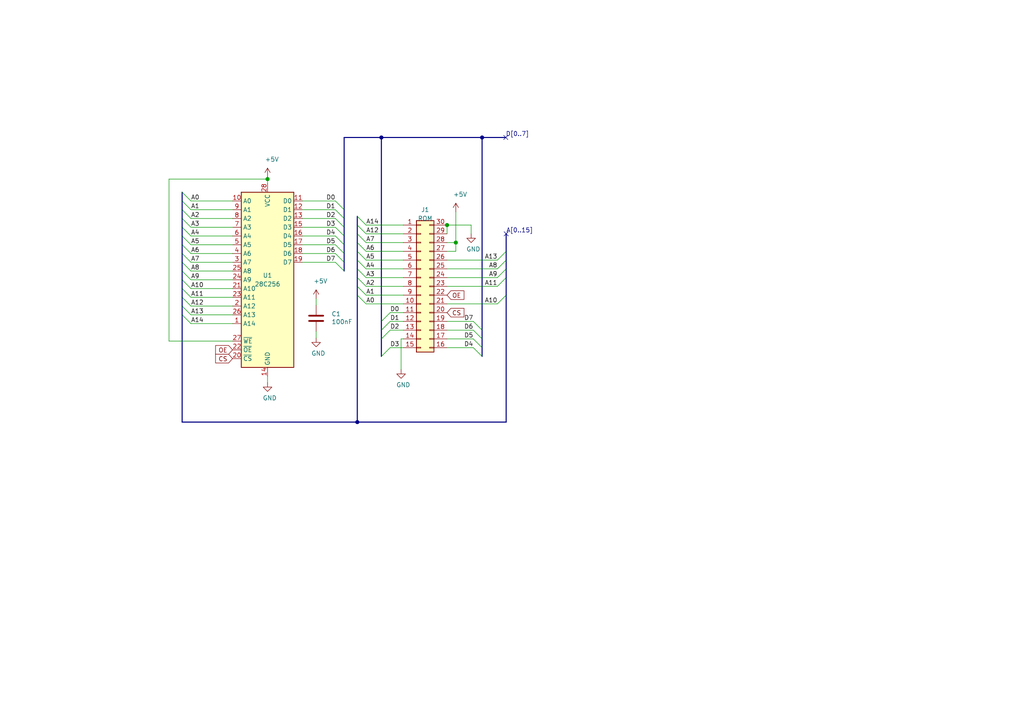
<source format=kicad_sch>
(kicad_sch (version 20201015) (generator eeschema)
  (paper "A4")
  (lib_symbols
    (symbol "Connector_Generic:Conn_02x15_Counter_Clockwise" (pin_names (offset 1.016) hide)
      (property "Reference" "J" (at 1.27 20.32 0))
      (property "Value" "Conn_02x15_Counter_Clockwise" (at 1.27 -20.32 0))
      (symbol "Conn_02x15_Counter_Clockwise_1_1"
        (rectangle (start -1.27 -4.953) (end 0 -5.207) (stroke (width 0.1524)))
        (rectangle (start -1.27 -7.493) (end 0 -7.747) (stroke (width 0.1524)))
        (rectangle (start -1.27 -10.033) (end 0 -10.287) (stroke (width 0.1524)))
        (rectangle (start -1.27 -12.573) (end 0 -12.827) (stroke (width 0.1524)))
        (rectangle (start -1.27 -15.113) (end 0 -15.367) (stroke (width 0.1524)))
        (rectangle (start -1.27 -17.653) (end 0 -17.907) (stroke (width 0.1524)))
        (rectangle (start -1.27 -2.413) (end 0 -2.667) (stroke (width 0.1524)))
        (rectangle (start -1.27 2.667) (end 0 2.413) (stroke (width 0.1524)))
        (rectangle (start -1.27 5.207) (end 0 4.953) (stroke (width 0.1524)))
        (rectangle (start -1.27 7.747) (end 0 7.493) (stroke (width 0.1524)))
        (rectangle (start -1.27 10.287) (end 0 10.033) (stroke (width 0.1524)))
        (rectangle (start -1.27 0.127) (end 0 -0.127) (stroke (width 0.1524)))
        (rectangle (start -1.27 12.827) (end 0 12.573) (stroke (width 0.1524)))
        (rectangle (start -1.27 15.367) (end 0 15.113) (stroke (width 0.1524)))
        (rectangle (start -1.27 17.907) (end 0 17.653) (stroke (width 0.1524)))
        (rectangle (start -1.27 19.05) (end 3.81 -19.05) (stroke (width 0.254)) (fill (type background)))
        (rectangle (start 3.81 -4.953) (end 2.54 -5.207) (stroke (width 0.1524)))
        (rectangle (start 3.81 -7.493) (end 2.54 -7.747) (stroke (width 0.1524)))
        (rectangle (start 3.81 -10.033) (end 2.54 -10.287) (stroke (width 0.1524)))
        (rectangle (start 3.81 -12.573) (end 2.54 -12.827) (stroke (width 0.1524)))
        (rectangle (start 3.81 -15.113) (end 2.54 -15.367) (stroke (width 0.1524)))
        (rectangle (start 3.81 -17.653) (end 2.54 -17.907) (stroke (width 0.1524)))
        (rectangle (start 3.81 -2.413) (end 2.54 -2.667) (stroke (width 0.1524)))
        (rectangle (start 3.81 2.667) (end 2.54 2.413) (stroke (width 0.1524)))
        (rectangle (start 3.81 5.207) (end 2.54 4.953) (stroke (width 0.1524)))
        (rectangle (start 3.81 7.747) (end 2.54 7.493) (stroke (width 0.1524)))
        (rectangle (start 3.81 10.287) (end 2.54 10.033) (stroke (width 0.1524)))
        (rectangle (start 3.81 0.127) (end 2.54 -0.127) (stroke (width 0.1524)))
        (rectangle (start 3.81 12.827) (end 2.54 12.573) (stroke (width 0.1524)))
        (rectangle (start 3.81 15.367) (end 2.54 15.113) (stroke (width 0.1524)))
        (rectangle (start 3.81 17.907) (end 2.54 17.653) (stroke (width 0.1524)))
        (pin passive line (at -5.08 17.78 0) (length 3.81) (name "Pin_1") (number "1"))
        (pin passive line (at -5.08 -5.08 0) (length 3.81) (name "Pin_10") (number "10"))
        (pin passive line (at -5.08 -7.62 0) (length 3.81) (name "Pin_11") (number "11"))
        (pin passive line (at -5.08 -10.16 0) (length 3.81) (name "Pin_12") (number "12"))
        (pin passive line (at -5.08 -12.7 0) (length 3.81) (name "Pin_13") (number "13"))
        (pin passive line (at -5.08 -15.24 0) (length 3.81) (name "Pin_14") (number "14"))
        (pin passive line (at -5.08 -17.78 0) (length 3.81) (name "Pin_15") (number "15"))
        (pin passive line (at 7.62 -17.78 180) (length 3.81) (name "Pin_16") (number "16"))
        (pin passive line (at 7.62 -15.24 180) (length 3.81) (name "Pin_17") (number "17"))
        (pin passive line (at 7.62 -12.7 180) (length 3.81) (name "Pin_18") (number "18"))
        (pin passive line (at 7.62 -10.16 180) (length 3.81) (name "Pin_19") (number "19"))
        (pin passive line (at -5.08 15.24 0) (length 3.81) (name "Pin_2") (number "2"))
        (pin passive line (at 7.62 -7.62 180) (length 3.81) (name "Pin_20") (number "20"))
        (pin passive line (at 7.62 -5.08 180) (length 3.81) (name "Pin_21") (number "21"))
        (pin passive line (at 7.62 -2.54 180) (length 3.81) (name "Pin_22") (number "22"))
        (pin passive line (at 7.62 0 180) (length 3.81) (name "Pin_23") (number "23"))
        (pin passive line (at 7.62 2.54 180) (length 3.81) (name "Pin_24") (number "24"))
        (pin passive line (at 7.62 5.08 180) (length 3.81) (name "Pin_25") (number "25"))
        (pin passive line (at 7.62 7.62 180) (length 3.81) (name "Pin_26") (number "26"))
        (pin passive line (at 7.62 10.16 180) (length 3.81) (name "Pin_27") (number "27"))
        (pin passive line (at 7.62 12.7 180) (length 3.81) (name "Pin_28") (number "28"))
        (pin passive line (at 7.62 15.24 180) (length 3.81) (name "Pin_29") (number "29"))
        (pin passive line (at -5.08 12.7 0) (length 3.81) (name "Pin_3") (number "3"))
        (pin passive line (at 7.62 17.78 180) (length 3.81) (name "Pin_30") (number "30"))
        (pin passive line (at -5.08 10.16 0) (length 3.81) (name "Pin_4") (number "4"))
        (pin passive line (at -5.08 7.62 0) (length 3.81) (name "Pin_5") (number "5"))
        (pin passive line (at -5.08 5.08 0) (length 3.81) (name "Pin_6") (number "6"))
        (pin passive line (at -5.08 2.54 0) (length 3.81) (name "Pin_7") (number "7"))
        (pin passive line (at -5.08 0 0) (length 3.81) (name "Pin_8") (number "8"))
        (pin passive line (at -5.08 -2.54 0) (length 3.81) (name "Pin_9") (number "9"))
      )
    )
    (symbol "Device:C" (pin_numbers hide) (pin_names (offset 0.254))
      (property "Reference" "C" (at 0.635 2.54 0))
      (property "Value" "C" (at 0.635 -2.54 0))
      (symbol "C_0_1"
        (polyline (pts (xy -2.032 -0.762) (xy 2.032 -0.762)) (stroke (width 0.508)))
        (polyline (pts (xy -2.032 0.762) (xy 2.032 0.762)) (stroke (width 0.508)))
      )
      (symbol "C_1_1"
        (pin passive line (at 0 3.81 270) (length 2.794) (name "~") (number "1"))
        (pin passive line (at 0 -3.81 90) (length 2.794) (name "~") (number "2"))
      )
    )
    (symbol "Memory_EEPROM:28C256"
      (property "Reference" "U" (at -7.62 26.67 0))
      (property "Value" "28C256" (at 2.54 -26.67 0))
      (symbol "28C256_1_1"
        (rectangle (start -7.62 25.4) (end 7.62 -25.4) (stroke (width 0.254)) (fill (type background)))
        (pin input line (at -10.16 -12.7 0) (length 2.54) (name "A14") (number "1"))
        (pin input line (at -10.16 22.86 0) (length 2.54) (name "A0") (number "10"))
        (pin tri_state line (at 10.16 22.86 180) (length 2.54) (name "D0") (number "11"))
        (pin tri_state line (at 10.16 20.32 180) (length 2.54) (name "D1") (number "12"))
        (pin tri_state line (at 10.16 17.78 180) (length 2.54) (name "D2") (number "13"))
        (pin power_in line (at 0 -27.94 90) (length 2.54) (name "GND") (number "14"))
        (pin tri_state line (at 10.16 15.24 180) (length 2.54) (name "D3") (number "15"))
        (pin tri_state line (at 10.16 12.7 180) (length 2.54) (name "D4") (number "16"))
        (pin tri_state line (at 10.16 10.16 180) (length 2.54) (name "D5") (number "17"))
        (pin tri_state line (at 10.16 7.62 180) (length 2.54) (name "D6") (number "18"))
        (pin tri_state line (at 10.16 5.08 180) (length 2.54) (name "D7") (number "19"))
        (pin input line (at -10.16 -7.62 0) (length 2.54) (name "A12") (number "2"))
        (pin input line (at -10.16 -22.86 0) (length 2.54) (name "~CS") (number "20"))
        (pin input line (at -10.16 -2.54 0) (length 2.54) (name "A10") (number "21"))
        (pin input line (at -10.16 -20.32 0) (length 2.54) (name "~OE") (number "22"))
        (pin input line (at -10.16 -5.08 0) (length 2.54) (name "A11") (number "23"))
        (pin input line (at -10.16 0 0) (length 2.54) (name "A9") (number "24"))
        (pin input line (at -10.16 2.54 0) (length 2.54) (name "A8") (number "25"))
        (pin input line (at -10.16 -10.16 0) (length 2.54) (name "A13") (number "26"))
        (pin input line (at -10.16 -17.78 0) (length 2.54) (name "~WE") (number "27"))
        (pin power_in line (at 0 27.94 270) (length 2.54) (name "VCC") (number "28"))
        (pin input line (at -10.16 5.08 0) (length 2.54) (name "A7") (number "3"))
        (pin input line (at -10.16 7.62 0) (length 2.54) (name "A6") (number "4"))
        (pin input line (at -10.16 10.16 0) (length 2.54) (name "A5") (number "5"))
        (pin input line (at -10.16 12.7 0) (length 2.54) (name "A4") (number "6"))
        (pin input line (at -10.16 15.24 0) (length 2.54) (name "A3") (number "7"))
        (pin input line (at -10.16 17.78 0) (length 2.54) (name "A2") (number "8"))
        (pin input line (at -10.16 20.32 0) (length 2.54) (name "A1") (number "9"))
      )
    )
    (symbol "power:+5V" (power) (pin_names (offset 0))
      (property "Value" "+5V" (at 0 3.556 0))
      (symbol "+5V_0_1"
        (polyline (pts (xy -0.762 1.27) (xy 0 2.54)))
        (polyline (pts (xy 0 0) (xy 0 2.54)))
        (polyline (pts (xy 0 2.54) (xy 0.762 1.27)))
      )
      (symbol "+5V_1_1"
        (pin power_in line (at 0 0 90) (length 0) hide (name "+5V") (number "1"))
      )
    )
    (symbol "power:GND" (power) (pin_names (offset 0))
      (property "Value" "GND" (at 0 -3.81 0))
      (symbol "GND_0_1"
        (polyline (pts (xy 0 0) (xy 0 -1.27) (xy 1.27 -1.27) (xy 0 -2.54) (xy -1.27 -1.27) (xy 0 -1.27)))
      )
      (symbol "GND_1_1"
        (pin power_in line (at 0 0 270) (length 0) hide (name "GND") (number "1"))
      )
    )
  )
  (junction (at 77.597 51.943) (diameter 1.016))
  (junction (at 129.667 65.278) (diameter 1.016))
  (junction (at 132.207 70.358) (diameter 1.016))
  (junction (at 103.632 122.428) (diameter 1.016))
  (junction (at 110.617 39.878) (diameter 1.016))
  (junction (at 139.827 39.878) (diameter 1.016))
  (no_connect (at 146.685 39.878))
  (no_connect (at 146.812 67.818))
  (bus_entry (at 52.832 55.753) (size 2.54 2.54) (stroke (width 0.1524)))
  (bus_entry (at 52.832 58.293) (size 2.54 2.54) (stroke (width 0.1524)))
  (bus_entry (at 52.832 60.833) (size 2.54 2.54) (stroke (width 0.1524)))
  (bus_entry (at 52.832 63.373) (size 2.54 2.54) (stroke (width 0.1524)))
  (bus_entry (at 52.832 65.913) (size 2.54 2.54) (stroke (width 0.1524)))
  (bus_entry (at 52.832 68.453) (size 2.54 2.54) (stroke (width 0.1524)))
  (bus_entry (at 52.832 70.993) (size 2.54 2.54) (stroke (width 0.1524)))
  (bus_entry (at 52.832 73.533) (size 2.54 2.54) (stroke (width 0.1524)))
  (bus_entry (at 52.832 76.073) (size 2.54 2.54) (stroke (width 0.1524)))
  (bus_entry (at 52.832 78.613) (size 2.54 2.54) (stroke (width 0.1524)))
  (bus_entry (at 52.832 81.153) (size 2.54 2.54) (stroke (width 0.1524)))
  (bus_entry (at 52.832 83.693) (size 2.54 2.54) (stroke (width 0.1524)))
  (bus_entry (at 52.832 86.233) (size 2.54 2.54) (stroke (width 0.1524)))
  (bus_entry (at 52.832 88.773) (size 2.54 2.54) (stroke (width 0.1524)))
  (bus_entry (at 52.832 91.313) (size 2.54 2.54) (stroke (width 0.1524)))
  (bus_entry (at 97.282 58.293) (size 2.54 2.54) (stroke (width 0.1524)))
  (bus_entry (at 97.282 60.833) (size 2.54 2.54) (stroke (width 0.1524)))
  (bus_entry (at 97.282 63.373) (size 2.54 2.54) (stroke (width 0.1524)))
  (bus_entry (at 97.282 65.913) (size 2.54 2.54) (stroke (width 0.1524)))
  (bus_entry (at 97.282 68.453) (size 2.54 2.54) (stroke (width 0.1524)))
  (bus_entry (at 97.282 70.993) (size 2.54 2.54) (stroke (width 0.1524)))
  (bus_entry (at 97.282 73.533) (size 2.54 2.54) (stroke (width 0.1524)))
  (bus_entry (at 97.282 76.073) (size 2.54 2.54) (stroke (width 0.1524)))
  (bus_entry (at 103.632 62.738) (size 2.54 2.54) (stroke (width 0.1524)))
  (bus_entry (at 103.632 65.278) (size 2.54 2.54) (stroke (width 0.1524)))
  (bus_entry (at 103.632 67.818) (size 2.54 2.54) (stroke (width 0.1524)))
  (bus_entry (at 103.632 70.358) (size 2.54 2.54) (stroke (width 0.1524)))
  (bus_entry (at 103.632 72.898) (size 2.54 2.54) (stroke (width 0.1524)))
  (bus_entry (at 103.632 75.438) (size 2.54 2.54) (stroke (width 0.1524)))
  (bus_entry (at 103.632 77.978) (size 2.54 2.54) (stroke (width 0.1524)))
  (bus_entry (at 103.632 80.518) (size 2.54 2.54) (stroke (width 0.1524)))
  (bus_entry (at 103.632 83.058) (size 2.54 2.54) (stroke (width 0.1524)))
  (bus_entry (at 103.632 85.598) (size 2.54 2.54) (stroke (width 0.1524)))
  (bus_entry (at 110.617 93.218) (size 2.54 -2.54) (stroke (width 0.1524)))
  (bus_entry (at 110.617 95.758) (size 2.54 -2.54) (stroke (width 0.1524)))
  (bus_entry (at 110.617 98.298) (size 2.54 -2.54) (stroke (width 0.1524)))
  (bus_entry (at 110.617 103.378) (size 2.54 -2.54) (stroke (width 0.1524)))
  (bus_entry (at 137.287 93.218) (size 2.54 2.54) (stroke (width 0.1524)))
  (bus_entry (at 137.287 95.758) (size 2.54 2.54) (stroke (width 0.1524)))
  (bus_entry (at 137.287 98.298) (size 2.54 2.54) (stroke (width 0.1524)))
  (bus_entry (at 137.287 100.838) (size 2.54 2.54) (stroke (width 0.1524)))
  (bus_entry (at 144.272 75.438) (size 2.54 -2.54) (stroke (width 0.1524)))
  (bus_entry (at 144.272 77.978) (size 2.54 -2.54) (stroke (width 0.1524)))
  (bus_entry (at 144.272 80.518) (size 2.54 -2.54) (stroke (width 0.1524)))
  (bus_entry (at 144.272 83.058) (size 2.54 -2.54) (stroke (width 0.1524)))
  (bus_entry (at 144.272 88.138) (size 2.54 -2.54) (stroke (width 0.1524)))
  (wire (pts (xy 49.022 51.943) (xy 77.597 51.943)))
  (wire (pts (xy 49.022 98.933) (xy 49.022 51.943)))
  (wire (pts (xy 55.372 58.293) (xy 67.437 58.293)))
  (wire (pts (xy 55.372 60.833) (xy 67.437 60.833)))
  (wire (pts (xy 55.372 63.373) (xy 67.437 63.373)))
  (wire (pts (xy 55.372 65.913) (xy 67.437 65.913)))
  (wire (pts (xy 55.372 68.453) (xy 67.437 68.453)))
  (wire (pts (xy 55.372 70.993) (xy 67.437 70.993)))
  (wire (pts (xy 55.372 73.533) (xy 67.437 73.533)))
  (wire (pts (xy 55.372 76.073) (xy 67.437 76.073)))
  (wire (pts (xy 55.372 78.613) (xy 67.437 78.613)))
  (wire (pts (xy 55.372 81.153) (xy 67.437 81.153)))
  (wire (pts (xy 55.372 83.693) (xy 67.437 83.693)))
  (wire (pts (xy 55.372 86.233) (xy 67.437 86.233)))
  (wire (pts (xy 55.372 88.773) (xy 67.437 88.773)))
  (wire (pts (xy 55.372 91.313) (xy 67.437 91.313)))
  (wire (pts (xy 55.372 93.853) (xy 67.437 93.853)))
  (wire (pts (xy 67.437 98.933) (xy 49.022 98.933)))
  (wire (pts (xy 77.597 51.308) (xy 77.597 51.943)))
  (wire (pts (xy 77.597 51.943) (xy 77.597 53.213)))
  (wire (pts (xy 77.597 109.093) (xy 77.597 110.998)))
  (wire (pts (xy 87.757 58.293) (xy 97.282 58.293)))
  (wire (pts (xy 87.757 60.833) (xy 97.282 60.833)))
  (wire (pts (xy 87.757 63.373) (xy 97.282 63.373)))
  (wire (pts (xy 87.757 65.913) (xy 97.282 65.913)))
  (wire (pts (xy 87.757 68.453) (xy 97.282 68.453)))
  (wire (pts (xy 87.757 70.993) (xy 97.282 70.993)))
  (wire (pts (xy 87.757 73.533) (xy 97.282 73.533)))
  (wire (pts (xy 87.757 76.073) (xy 97.282 76.073)))
  (wire (pts (xy 91.694 86.614) (xy 91.694 88.519)))
  (wire (pts (xy 91.694 96.139) (xy 91.694 98.044)))
  (wire (pts (xy 106.172 65.278) (xy 116.967 65.278)))
  (wire (pts (xy 106.172 67.818) (xy 116.967 67.818)))
  (wire (pts (xy 106.172 70.358) (xy 116.967 70.358)))
  (wire (pts (xy 106.172 72.898) (xy 116.967 72.898)))
  (wire (pts (xy 106.172 75.438) (xy 116.967 75.438)))
  (wire (pts (xy 106.172 77.978) (xy 116.967 77.978)))
  (wire (pts (xy 106.172 80.518) (xy 116.967 80.518)))
  (wire (pts (xy 106.172 83.058) (xy 116.967 83.058)))
  (wire (pts (xy 106.172 85.598) (xy 116.967 85.598)))
  (wire (pts (xy 106.172 88.138) (xy 116.967 88.138)))
  (wire (pts (xy 113.157 90.678) (xy 116.967 90.678)))
  (wire (pts (xy 113.157 93.218) (xy 116.967 93.218)))
  (wire (pts (xy 113.157 95.758) (xy 116.967 95.758)))
  (wire (pts (xy 113.157 100.838) (xy 116.967 100.838)))
  (wire (pts (xy 116.332 98.298) (xy 116.332 107.188)))
  (wire (pts (xy 116.967 98.298) (xy 116.332 98.298)))
  (wire (pts (xy 129.667 65.278) (xy 129.667 67.818)))
  (wire (pts (xy 129.667 65.278) (xy 136.652 65.278)))
  (wire (pts (xy 129.667 72.898) (xy 132.207 72.898)))
  (wire (pts (xy 129.667 75.438) (xy 144.272 75.438)))
  (wire (pts (xy 129.667 77.978) (xy 144.272 77.978)))
  (wire (pts (xy 129.667 80.518) (xy 144.272 80.518)))
  (wire (pts (xy 129.667 83.058) (xy 144.272 83.058)))
  (wire (pts (xy 129.667 88.138) (xy 144.272 88.138)))
  (wire (pts (xy 129.667 93.218) (xy 137.287 93.218)))
  (wire (pts (xy 129.667 95.758) (xy 137.287 95.758)))
  (wire (pts (xy 129.667 98.298) (xy 137.287 98.298)))
  (wire (pts (xy 129.667 100.838) (xy 137.287 100.838)))
  (wire (pts (xy 132.207 61.468) (xy 132.207 70.358)))
  (wire (pts (xy 132.207 70.358) (xy 129.667 70.358)))
  (wire (pts (xy 132.207 72.898) (xy 132.207 70.358)))
  (wire (pts (xy 136.652 65.278) (xy 136.652 67.818)))
  (bus (pts (xy 52.832 55.753) (xy 52.832 58.293)))
  (bus (pts (xy 52.832 58.293) (xy 52.832 60.833)))
  (bus (pts (xy 52.832 60.833) (xy 52.832 63.373)))
  (bus (pts (xy 52.832 63.373) (xy 52.832 65.913)))
  (bus (pts (xy 52.832 65.913) (xy 52.832 68.453)))
  (bus (pts (xy 52.832 68.453) (xy 52.832 70.993)))
  (bus (pts (xy 52.832 70.993) (xy 52.832 73.533)))
  (bus (pts (xy 52.832 73.533) (xy 52.832 76.073)))
  (bus (pts (xy 52.832 76.073) (xy 52.832 78.613)))
  (bus (pts (xy 52.832 78.613) (xy 52.832 81.153)))
  (bus (pts (xy 52.832 81.153) (xy 52.832 83.693)))
  (bus (pts (xy 52.832 83.693) (xy 52.832 86.233)))
  (bus (pts (xy 52.832 86.233) (xy 52.832 88.773)))
  (bus (pts (xy 52.832 88.773) (xy 52.832 91.313)))
  (bus (pts (xy 52.832 91.313) (xy 52.832 122.428)))
  (bus (pts (xy 52.832 122.428) (xy 103.632 122.428)))
  (bus (pts (xy 99.822 39.878) (xy 110.617 39.878)))
  (bus (pts (xy 99.822 60.833) (xy 99.822 39.878)))
  (bus (pts (xy 99.822 63.373) (xy 99.822 60.833)))
  (bus (pts (xy 99.822 65.913) (xy 99.822 63.373)))
  (bus (pts (xy 99.822 68.453) (xy 99.822 65.913)))
  (bus (pts (xy 99.822 70.993) (xy 99.822 68.453)))
  (bus (pts (xy 99.822 73.533) (xy 99.822 70.993)))
  (bus (pts (xy 99.822 76.073) (xy 99.822 73.533)))
  (bus (pts (xy 99.822 78.613) (xy 99.822 76.073)))
  (bus (pts (xy 103.632 62.738) (xy 103.632 65.278)))
  (bus (pts (xy 103.632 65.278) (xy 103.632 67.818)))
  (bus (pts (xy 103.632 67.818) (xy 103.632 70.358)))
  (bus (pts (xy 103.632 70.358) (xy 103.632 72.898)))
  (bus (pts (xy 103.632 72.898) (xy 103.632 75.438)))
  (bus (pts (xy 103.632 75.438) (xy 103.632 77.978)))
  (bus (pts (xy 103.632 77.978) (xy 103.632 80.518)))
  (bus (pts (xy 103.632 80.518) (xy 103.632 83.058)))
  (bus (pts (xy 103.632 83.058) (xy 103.632 85.598)))
  (bus (pts (xy 103.632 85.598) (xy 103.632 122.428)))
  (bus (pts (xy 103.632 122.428) (xy 146.812 122.428)))
  (bus (pts (xy 110.617 39.878) (xy 110.617 93.218)))
  (bus (pts (xy 110.617 39.878) (xy 139.827 39.878)))
  (bus (pts (xy 110.617 93.218) (xy 110.617 95.758)))
  (bus (pts (xy 110.617 95.758) (xy 110.617 98.298)))
  (bus (pts (xy 110.617 98.298) (xy 110.617 103.378)))
  (bus (pts (xy 139.827 39.878) (xy 139.827 95.758)))
  (bus (pts (xy 139.827 39.878) (xy 146.685 39.878)))
  (bus (pts (xy 139.827 95.758) (xy 139.827 98.298)))
  (bus (pts (xy 139.827 98.298) (xy 139.827 100.838)))
  (bus (pts (xy 139.827 100.838) (xy 139.827 103.378)))
  (bus (pts (xy 146.812 67.818) (xy 146.812 72.898)))
  (bus (pts (xy 146.812 72.898) (xy 146.812 75.438)))
  (bus (pts (xy 146.812 75.438) (xy 146.812 77.978)))
  (bus (pts (xy 146.812 77.978) (xy 146.812 80.518)))
  (bus (pts (xy 146.812 80.518) (xy 146.812 85.598)))
  (bus (pts (xy 146.812 85.598) (xy 146.812 122.428)))
  (label "A0" (at 55.372 58.293 0))
  (label "A1" (at 55.372 60.833 0))
  (label "A2" (at 55.372 63.373 0))
  (label "A3" (at 55.372 65.913 0))
  (label "A4" (at 55.372 68.453 0))
  (label "A5" (at 55.372 70.993 0))
  (label "A6" (at 55.372 73.533 0))
  (label "A7" (at 55.372 76.073 0))
  (label "A8" (at 55.372 78.613 0))
  (label "A9" (at 55.372 81.153 0))
  (label "A10" (at 55.372 83.693 0))
  (label "A11" (at 55.372 86.233 0))
  (label "A12" (at 55.372 88.773 0))
  (label "A13" (at 55.372 91.313 0))
  (label "A14" (at 55.372 93.853 0))
  (label "D0" (at 97.282 58.293 180))
  (label "D1" (at 97.282 60.833 180))
  (label "D2" (at 97.282 63.373 180))
  (label "D3" (at 97.282 65.913 180))
  (label "D4" (at 97.282 68.453 180))
  (label "D5" (at 97.282 70.993 180))
  (label "D6" (at 97.282 73.533 180))
  (label "D7" (at 97.282 76.073 180))
  (label "A14" (at 106.172 65.278 0))
  (label "A12" (at 106.172 67.818 0))
  (label "A7" (at 106.172 70.358 0))
  (label "A6" (at 106.172 72.898 0))
  (label "A5" (at 106.172 75.438 0))
  (label "A4" (at 106.172 77.978 0))
  (label "A3" (at 106.172 80.518 0))
  (label "A2" (at 106.172 83.058 0))
  (label "A1" (at 106.172 85.598 0))
  (label "A0" (at 106.172 88.138 0))
  (label "D0" (at 113.157 90.678 0))
  (label "D1" (at 113.157 93.218 0))
  (label "D2" (at 113.157 95.758 0))
  (label "D3" (at 113.157 100.838 0))
  (label "D7" (at 137.287 93.218 180))
  (label "D6" (at 137.287 95.758 180))
  (label "D5" (at 137.287 98.298 180))
  (label "D4" (at 137.287 100.838 180))
  (label "A13" (at 144.272 75.438 180))
  (label "A8" (at 144.272 77.978 180))
  (label "A9" (at 144.272 80.518 180))
  (label "A11" (at 144.272 83.058 180))
  (label "A10" (at 144.272 88.138 180))
  (label "D[0..7]" (at 146.685 39.878 0))
  (label "A[0..15]" (at 146.812 67.818 0))
  (global_label "OE" (shape input) (at 67.437 101.473 180) (property "Intersheet References" "${INTERSHEET_REFS}" (effects hide)))
  (global_label "CS" (shape input) (at 67.437 104.013 180) (property "Intersheet References" "${INTERSHEET_REFS}" (effects hide)))
  (global_label "OE" (shape input) (at 129.667 85.598 0) (property "Intersheet References" "${INTERSHEET_REFS}" (effects hide)))
  (global_label "CS" (shape input) (at 129.667 90.678 0) (property "Intersheet References" "${INTERSHEET_REFS}" (effects hide)))
  (symbol (lib_id "power:+5V") (at 77.597 51.308 0) (unit 1)
    (property "Reference" "#PWR0101" (effects hide))
    (property "Value" "+5V" (at 78.867 46.228 0))
  )
  (symbol (lib_id "power:+5V") (at 91.694 86.614 0) (unit 1)
    (property "Reference" "#PWR0105" (effects hide))
    (property "Value" "+5V" (at 92.964 81.534 0))
  )
  (symbol (lib_id "power:+5V") (at 132.207 61.468 0) (unit 1)
    (property "Reference" "#PWR0104" (effects hide))
    (property "Value" "+5V" (at 133.477 56.388 0))
  )
  (symbol (lib_id "power:GND") (at 77.597 110.998 0) (unit 1)
    (property "Reference" "#PWR0102" (effects hide))
    (property "Value" "GND" (at 78.232 115.443 0))
  )
  (symbol (lib_id "power:GND") (at 91.694 98.044 0) (unit 1)
    (property "Reference" "#PWR0106" (effects hide))
    (property "Value" "GND" (at 92.329 102.489 0))
  )
  (symbol (lib_id "power:GND") (at 116.332 107.188 0) (unit 1)
    (property "Reference" "#PWR0103" (effects hide))
    (property "Value" "GND" (at 116.967 111.633 0))
  )
  (symbol (lib_id "power:GND") (at 136.652 67.818 0) (unit 1)
    (property "Reference" "#PWR0107" (effects hide))
    (property "Value" "GND" (at 137.287 72.263 0))
  )
  (symbol (lib_id "Device:C") (at 91.694 92.329 0) (unit 1)
    (property "Reference" "C1" (at 96.139 91.059 0) (effects (justify left)))
    (property "Value" "100nF" (at 96.139 93.345 0) (effects (justify left)))
    (property "Footprint" "Capacitor_THT:C_Disc_D5.0mm_W2.5mm_P2.50mm" (effects hide))
  )
  (symbol (lib_id "Connector_Generic:Conn_02x15_Counter_Clockwise") (at 122.047 83.058 0) (unit 1)
    (property "Reference" "J1" (at 123.317 60.833 0))
    (property "Value" "ROM" (at 123.317 63.373 0))
    (property "Footprint" "Connector_PinHeader_2.54mm:PinHeader_2x15_P2.54mm_Horizontal" (effects hide))
  )
  (symbol (lib_id "Memory_EEPROM:28C256") (at 77.597 81.153 0) (unit 1)
    (property "Reference" "U1" (at 77.597 79.883 0))
    (property "Value" "28C256" (at 77.597 82.423 0))
    (property "Footprint" "Package_DIP:DIP-28_W15.24mm" (effects hide))
    (property "Datasheet" "http://ww1.microchip.com/downloads/en/DeviceDoc/doc0006.pdf" (effects hide))
  )
)
</source>
